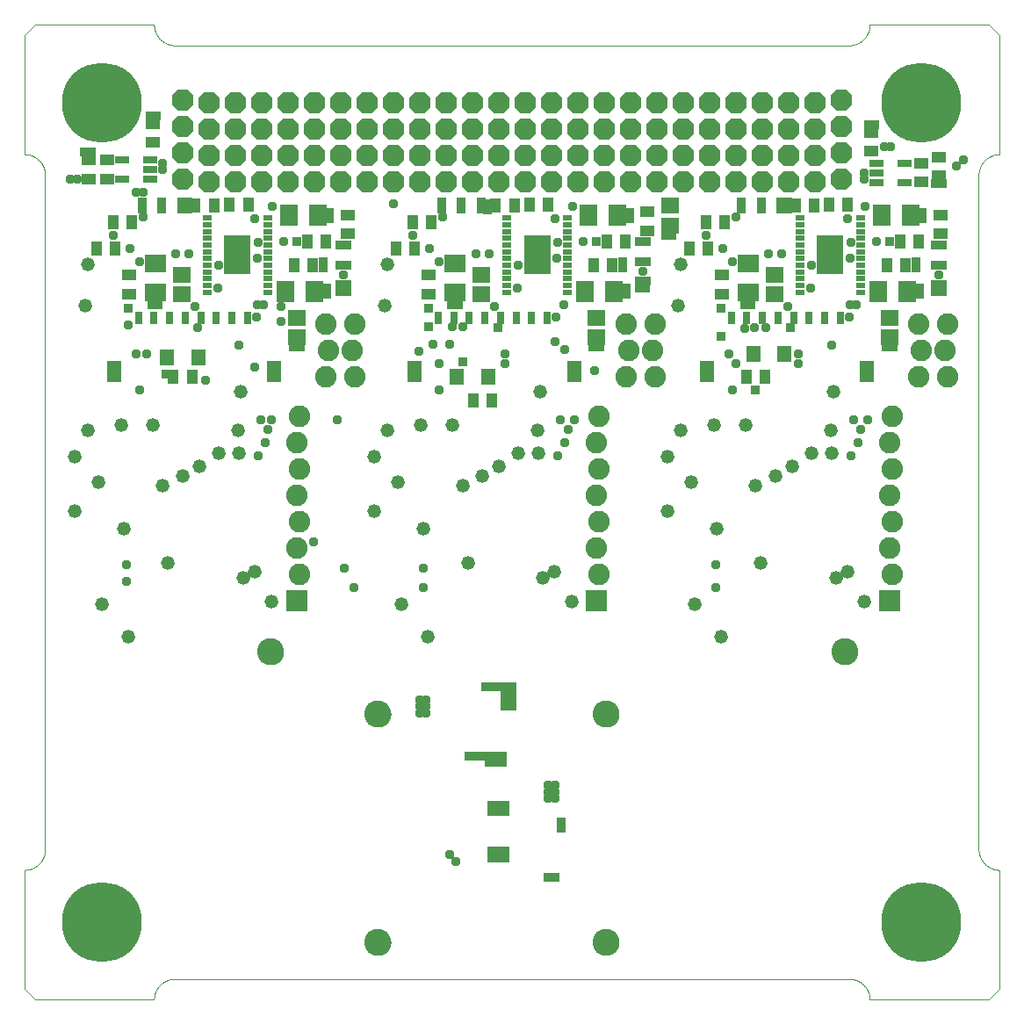
<source format=gts>
G75*
%MOIN*%
%OFA0B0*%
%FSLAX25Y25*%
%IPPOS*%
%LPD*%
%AMOC8*
5,1,8,0,0,1.08239X$1,22.5*
%
%ADD10C,0.00000*%
%ADD11C,0.30328*%
%ADD12OC8,0.08200*%
%ADD13C,0.05200*%
%ADD14R,0.08200X0.08200*%
%ADD15C,0.08200*%
%ADD16C,0.10209*%
%ADD17R,0.07099X0.07887*%
%ADD18R,0.06706X0.05918*%
%ADD19R,0.07887X0.07099*%
%ADD20R,0.05918X0.03556*%
%ADD21R,0.03556X0.05918*%
%ADD22R,0.03950X0.05524*%
%ADD23R,0.05524X0.03950*%
%ADD24R,0.03753X0.01981*%
%ADD25R,0.10249X0.14580*%
%ADD26R,0.03162X0.04737*%
%ADD27R,0.05721X0.07887*%
%ADD28R,0.05524X0.03162*%
%ADD29R,0.05524X0.06312*%
%ADD30C,0.03778*%
%ADD31R,0.03778X0.03778*%
D10*
X0087864Y0091801D02*
X0091801Y0087864D01*
X0137077Y0087864D01*
X0137079Y0088054D01*
X0137086Y0088244D01*
X0137098Y0088434D01*
X0137114Y0088624D01*
X0137134Y0088813D01*
X0137160Y0089002D01*
X0137189Y0089190D01*
X0137224Y0089377D01*
X0137263Y0089563D01*
X0137306Y0089748D01*
X0137354Y0089933D01*
X0137406Y0090116D01*
X0137462Y0090297D01*
X0137523Y0090477D01*
X0137589Y0090656D01*
X0137658Y0090833D01*
X0137732Y0091009D01*
X0137810Y0091182D01*
X0137893Y0091354D01*
X0137979Y0091523D01*
X0138069Y0091691D01*
X0138164Y0091856D01*
X0138262Y0092019D01*
X0138365Y0092179D01*
X0138471Y0092337D01*
X0138581Y0092492D01*
X0138694Y0092645D01*
X0138812Y0092795D01*
X0138933Y0092941D01*
X0139057Y0093085D01*
X0139185Y0093226D01*
X0139316Y0093364D01*
X0139451Y0093499D01*
X0139589Y0093630D01*
X0139730Y0093758D01*
X0139874Y0093882D01*
X0140020Y0094003D01*
X0140170Y0094121D01*
X0140323Y0094234D01*
X0140478Y0094344D01*
X0140636Y0094450D01*
X0140796Y0094553D01*
X0140959Y0094651D01*
X0141124Y0094746D01*
X0141292Y0094836D01*
X0141461Y0094922D01*
X0141633Y0095005D01*
X0141806Y0095083D01*
X0141982Y0095157D01*
X0142159Y0095226D01*
X0142338Y0095292D01*
X0142518Y0095353D01*
X0142699Y0095409D01*
X0142882Y0095461D01*
X0143067Y0095509D01*
X0143252Y0095552D01*
X0143438Y0095591D01*
X0143625Y0095626D01*
X0143813Y0095655D01*
X0144002Y0095681D01*
X0144191Y0095701D01*
X0144381Y0095717D01*
X0144571Y0095729D01*
X0144761Y0095736D01*
X0144951Y0095738D01*
X0400856Y0095738D01*
X0401046Y0095736D01*
X0401236Y0095729D01*
X0401426Y0095717D01*
X0401616Y0095701D01*
X0401805Y0095681D01*
X0401994Y0095655D01*
X0402182Y0095626D01*
X0402369Y0095591D01*
X0402555Y0095552D01*
X0402740Y0095509D01*
X0402925Y0095461D01*
X0403108Y0095409D01*
X0403289Y0095353D01*
X0403469Y0095292D01*
X0403648Y0095226D01*
X0403825Y0095157D01*
X0404001Y0095083D01*
X0404174Y0095005D01*
X0404346Y0094922D01*
X0404515Y0094836D01*
X0404683Y0094746D01*
X0404848Y0094651D01*
X0405011Y0094553D01*
X0405171Y0094450D01*
X0405329Y0094344D01*
X0405484Y0094234D01*
X0405637Y0094121D01*
X0405787Y0094003D01*
X0405933Y0093882D01*
X0406077Y0093758D01*
X0406218Y0093630D01*
X0406356Y0093499D01*
X0406491Y0093364D01*
X0406622Y0093226D01*
X0406750Y0093085D01*
X0406874Y0092941D01*
X0406995Y0092795D01*
X0407113Y0092645D01*
X0407226Y0092492D01*
X0407336Y0092337D01*
X0407442Y0092179D01*
X0407545Y0092019D01*
X0407643Y0091856D01*
X0407738Y0091691D01*
X0407828Y0091523D01*
X0407914Y0091354D01*
X0407997Y0091182D01*
X0408075Y0091009D01*
X0408149Y0090833D01*
X0408218Y0090656D01*
X0408284Y0090477D01*
X0408345Y0090297D01*
X0408401Y0090116D01*
X0408453Y0089933D01*
X0408501Y0089748D01*
X0408544Y0089563D01*
X0408583Y0089377D01*
X0408618Y0089190D01*
X0408647Y0089002D01*
X0408673Y0088813D01*
X0408693Y0088624D01*
X0408709Y0088434D01*
X0408721Y0088244D01*
X0408728Y0088054D01*
X0408730Y0087864D01*
X0454006Y0087864D01*
X0457943Y0091801D01*
X0457943Y0137077D01*
X0457753Y0137079D01*
X0457563Y0137086D01*
X0457373Y0137098D01*
X0457183Y0137114D01*
X0456994Y0137134D01*
X0456805Y0137160D01*
X0456617Y0137189D01*
X0456430Y0137224D01*
X0456244Y0137263D01*
X0456059Y0137306D01*
X0455874Y0137354D01*
X0455691Y0137406D01*
X0455510Y0137462D01*
X0455330Y0137523D01*
X0455151Y0137589D01*
X0454974Y0137658D01*
X0454798Y0137732D01*
X0454625Y0137810D01*
X0454453Y0137893D01*
X0454284Y0137979D01*
X0454116Y0138069D01*
X0453951Y0138164D01*
X0453788Y0138262D01*
X0453628Y0138365D01*
X0453470Y0138471D01*
X0453315Y0138581D01*
X0453162Y0138694D01*
X0453012Y0138812D01*
X0452866Y0138933D01*
X0452722Y0139057D01*
X0452581Y0139185D01*
X0452443Y0139316D01*
X0452308Y0139451D01*
X0452177Y0139589D01*
X0452049Y0139730D01*
X0451925Y0139874D01*
X0451804Y0140020D01*
X0451686Y0140170D01*
X0451573Y0140323D01*
X0451463Y0140478D01*
X0451357Y0140636D01*
X0451254Y0140796D01*
X0451156Y0140959D01*
X0451061Y0141124D01*
X0450971Y0141292D01*
X0450885Y0141461D01*
X0450802Y0141633D01*
X0450724Y0141806D01*
X0450650Y0141982D01*
X0450581Y0142159D01*
X0450515Y0142338D01*
X0450454Y0142518D01*
X0450398Y0142699D01*
X0450346Y0142882D01*
X0450298Y0143067D01*
X0450255Y0143252D01*
X0450216Y0143438D01*
X0450181Y0143625D01*
X0450152Y0143813D01*
X0450126Y0144002D01*
X0450106Y0144191D01*
X0450090Y0144381D01*
X0450078Y0144571D01*
X0450071Y0144761D01*
X0450069Y0144951D01*
X0450069Y0400856D01*
X0450071Y0401046D01*
X0450078Y0401236D01*
X0450090Y0401426D01*
X0450106Y0401616D01*
X0450126Y0401805D01*
X0450152Y0401994D01*
X0450181Y0402182D01*
X0450216Y0402369D01*
X0450255Y0402555D01*
X0450298Y0402740D01*
X0450346Y0402925D01*
X0450398Y0403108D01*
X0450454Y0403289D01*
X0450515Y0403469D01*
X0450581Y0403648D01*
X0450650Y0403825D01*
X0450724Y0404001D01*
X0450802Y0404174D01*
X0450885Y0404346D01*
X0450971Y0404515D01*
X0451061Y0404683D01*
X0451156Y0404848D01*
X0451254Y0405011D01*
X0451357Y0405171D01*
X0451463Y0405329D01*
X0451573Y0405484D01*
X0451686Y0405637D01*
X0451804Y0405787D01*
X0451925Y0405933D01*
X0452049Y0406077D01*
X0452177Y0406218D01*
X0452308Y0406356D01*
X0452443Y0406491D01*
X0452581Y0406622D01*
X0452722Y0406750D01*
X0452866Y0406874D01*
X0453012Y0406995D01*
X0453162Y0407113D01*
X0453315Y0407226D01*
X0453470Y0407336D01*
X0453628Y0407442D01*
X0453788Y0407545D01*
X0453951Y0407643D01*
X0454116Y0407738D01*
X0454284Y0407828D01*
X0454453Y0407914D01*
X0454625Y0407997D01*
X0454798Y0408075D01*
X0454974Y0408149D01*
X0455151Y0408218D01*
X0455330Y0408284D01*
X0455510Y0408345D01*
X0455691Y0408401D01*
X0455874Y0408453D01*
X0456059Y0408501D01*
X0456244Y0408544D01*
X0456430Y0408583D01*
X0456617Y0408618D01*
X0456805Y0408647D01*
X0456994Y0408673D01*
X0457183Y0408693D01*
X0457373Y0408709D01*
X0457563Y0408721D01*
X0457753Y0408728D01*
X0457943Y0408730D01*
X0457943Y0454006D01*
X0454006Y0457943D01*
X0408730Y0457943D01*
X0408728Y0457753D01*
X0408721Y0457563D01*
X0408709Y0457373D01*
X0408693Y0457183D01*
X0408673Y0456994D01*
X0408647Y0456805D01*
X0408618Y0456617D01*
X0408583Y0456430D01*
X0408544Y0456244D01*
X0408501Y0456059D01*
X0408453Y0455874D01*
X0408401Y0455691D01*
X0408345Y0455510D01*
X0408284Y0455330D01*
X0408218Y0455151D01*
X0408149Y0454974D01*
X0408075Y0454798D01*
X0407997Y0454625D01*
X0407914Y0454453D01*
X0407828Y0454284D01*
X0407738Y0454116D01*
X0407643Y0453951D01*
X0407545Y0453788D01*
X0407442Y0453628D01*
X0407336Y0453470D01*
X0407226Y0453315D01*
X0407113Y0453162D01*
X0406995Y0453012D01*
X0406874Y0452866D01*
X0406750Y0452722D01*
X0406622Y0452581D01*
X0406491Y0452443D01*
X0406356Y0452308D01*
X0406218Y0452177D01*
X0406077Y0452049D01*
X0405933Y0451925D01*
X0405787Y0451804D01*
X0405637Y0451686D01*
X0405484Y0451573D01*
X0405329Y0451463D01*
X0405171Y0451357D01*
X0405011Y0451254D01*
X0404848Y0451156D01*
X0404683Y0451061D01*
X0404515Y0450971D01*
X0404346Y0450885D01*
X0404174Y0450802D01*
X0404001Y0450724D01*
X0403825Y0450650D01*
X0403648Y0450581D01*
X0403469Y0450515D01*
X0403289Y0450454D01*
X0403108Y0450398D01*
X0402925Y0450346D01*
X0402740Y0450298D01*
X0402555Y0450255D01*
X0402369Y0450216D01*
X0402182Y0450181D01*
X0401994Y0450152D01*
X0401805Y0450126D01*
X0401616Y0450106D01*
X0401426Y0450090D01*
X0401236Y0450078D01*
X0401046Y0450071D01*
X0400856Y0450069D01*
X0144951Y0450069D01*
X0144761Y0450071D01*
X0144571Y0450078D01*
X0144381Y0450090D01*
X0144191Y0450106D01*
X0144002Y0450126D01*
X0143813Y0450152D01*
X0143625Y0450181D01*
X0143438Y0450216D01*
X0143252Y0450255D01*
X0143067Y0450298D01*
X0142882Y0450346D01*
X0142699Y0450398D01*
X0142518Y0450454D01*
X0142338Y0450515D01*
X0142159Y0450581D01*
X0141982Y0450650D01*
X0141806Y0450724D01*
X0141633Y0450802D01*
X0141461Y0450885D01*
X0141292Y0450971D01*
X0141124Y0451061D01*
X0140959Y0451156D01*
X0140796Y0451254D01*
X0140636Y0451357D01*
X0140478Y0451463D01*
X0140323Y0451573D01*
X0140170Y0451686D01*
X0140020Y0451804D01*
X0139874Y0451925D01*
X0139730Y0452049D01*
X0139589Y0452177D01*
X0139451Y0452308D01*
X0139316Y0452443D01*
X0139185Y0452581D01*
X0139057Y0452722D01*
X0138933Y0452866D01*
X0138812Y0453012D01*
X0138694Y0453162D01*
X0138581Y0453315D01*
X0138471Y0453470D01*
X0138365Y0453628D01*
X0138262Y0453788D01*
X0138164Y0453951D01*
X0138069Y0454116D01*
X0137979Y0454284D01*
X0137893Y0454453D01*
X0137810Y0454625D01*
X0137732Y0454798D01*
X0137658Y0454974D01*
X0137589Y0455151D01*
X0137523Y0455330D01*
X0137462Y0455510D01*
X0137406Y0455691D01*
X0137354Y0455874D01*
X0137306Y0456059D01*
X0137263Y0456244D01*
X0137224Y0456430D01*
X0137189Y0456617D01*
X0137160Y0456805D01*
X0137134Y0456994D01*
X0137114Y0457183D01*
X0137098Y0457373D01*
X0137086Y0457563D01*
X0137079Y0457753D01*
X0137077Y0457943D01*
X0091801Y0457943D01*
X0087864Y0454006D01*
X0087864Y0408730D01*
X0088054Y0408728D01*
X0088244Y0408721D01*
X0088434Y0408709D01*
X0088624Y0408693D01*
X0088813Y0408673D01*
X0089002Y0408647D01*
X0089190Y0408618D01*
X0089377Y0408583D01*
X0089563Y0408544D01*
X0089748Y0408501D01*
X0089933Y0408453D01*
X0090116Y0408401D01*
X0090297Y0408345D01*
X0090477Y0408284D01*
X0090656Y0408218D01*
X0090833Y0408149D01*
X0091009Y0408075D01*
X0091182Y0407997D01*
X0091354Y0407914D01*
X0091523Y0407828D01*
X0091691Y0407738D01*
X0091856Y0407643D01*
X0092019Y0407545D01*
X0092179Y0407442D01*
X0092337Y0407336D01*
X0092492Y0407226D01*
X0092645Y0407113D01*
X0092795Y0406995D01*
X0092941Y0406874D01*
X0093085Y0406750D01*
X0093226Y0406622D01*
X0093364Y0406491D01*
X0093499Y0406356D01*
X0093630Y0406218D01*
X0093758Y0406077D01*
X0093882Y0405933D01*
X0094003Y0405787D01*
X0094121Y0405637D01*
X0094234Y0405484D01*
X0094344Y0405329D01*
X0094450Y0405171D01*
X0094553Y0405011D01*
X0094651Y0404848D01*
X0094746Y0404683D01*
X0094836Y0404515D01*
X0094922Y0404346D01*
X0095005Y0404174D01*
X0095083Y0404001D01*
X0095157Y0403825D01*
X0095226Y0403648D01*
X0095292Y0403469D01*
X0095353Y0403289D01*
X0095409Y0403108D01*
X0095461Y0402925D01*
X0095509Y0402740D01*
X0095552Y0402555D01*
X0095591Y0402369D01*
X0095626Y0402182D01*
X0095655Y0401994D01*
X0095681Y0401805D01*
X0095701Y0401616D01*
X0095717Y0401426D01*
X0095729Y0401236D01*
X0095736Y0401046D01*
X0095738Y0400856D01*
X0095738Y0144951D01*
X0095736Y0144761D01*
X0095729Y0144571D01*
X0095717Y0144381D01*
X0095701Y0144191D01*
X0095681Y0144002D01*
X0095655Y0143813D01*
X0095626Y0143625D01*
X0095591Y0143438D01*
X0095552Y0143252D01*
X0095509Y0143067D01*
X0095461Y0142882D01*
X0095409Y0142699D01*
X0095353Y0142518D01*
X0095292Y0142338D01*
X0095226Y0142159D01*
X0095157Y0141982D01*
X0095083Y0141806D01*
X0095005Y0141633D01*
X0094922Y0141461D01*
X0094836Y0141292D01*
X0094746Y0141124D01*
X0094651Y0140959D01*
X0094553Y0140796D01*
X0094450Y0140636D01*
X0094344Y0140478D01*
X0094234Y0140323D01*
X0094121Y0140170D01*
X0094003Y0140020D01*
X0093882Y0139874D01*
X0093758Y0139730D01*
X0093630Y0139589D01*
X0093499Y0139451D01*
X0093364Y0139316D01*
X0093226Y0139185D01*
X0093085Y0139057D01*
X0092941Y0138933D01*
X0092795Y0138812D01*
X0092645Y0138694D01*
X0092492Y0138581D01*
X0092337Y0138471D01*
X0092179Y0138365D01*
X0092019Y0138262D01*
X0091856Y0138164D01*
X0091691Y0138069D01*
X0091523Y0137979D01*
X0091354Y0137893D01*
X0091182Y0137810D01*
X0091009Y0137732D01*
X0090833Y0137658D01*
X0090656Y0137589D01*
X0090477Y0137523D01*
X0090297Y0137462D01*
X0090116Y0137406D01*
X0089933Y0137354D01*
X0089748Y0137306D01*
X0089563Y0137263D01*
X0089377Y0137224D01*
X0089190Y0137189D01*
X0089002Y0137160D01*
X0088813Y0137134D01*
X0088624Y0137114D01*
X0088434Y0137098D01*
X0088244Y0137086D01*
X0088054Y0137079D01*
X0087864Y0137077D01*
X0087864Y0091801D01*
X0217391Y0109596D02*
X0217393Y0109733D01*
X0217399Y0109870D01*
X0217409Y0110006D01*
X0217423Y0110142D01*
X0217441Y0110278D01*
X0217462Y0110413D01*
X0217488Y0110547D01*
X0217518Y0110681D01*
X0217551Y0110814D01*
X0217589Y0110945D01*
X0217630Y0111076D01*
X0217675Y0111205D01*
X0217723Y0111333D01*
X0217776Y0111460D01*
X0217832Y0111584D01*
X0217891Y0111708D01*
X0217955Y0111829D01*
X0218021Y0111948D01*
X0218091Y0112066D01*
X0218165Y0112181D01*
X0218242Y0112295D01*
X0218322Y0112406D01*
X0218405Y0112514D01*
X0218492Y0112620D01*
X0218581Y0112724D01*
X0218674Y0112825D01*
X0218769Y0112923D01*
X0218867Y0113018D01*
X0218968Y0113111D01*
X0219072Y0113200D01*
X0219178Y0113287D01*
X0219286Y0113370D01*
X0219397Y0113450D01*
X0219511Y0113527D01*
X0219626Y0113601D01*
X0219743Y0113671D01*
X0219863Y0113737D01*
X0219984Y0113801D01*
X0220108Y0113860D01*
X0220232Y0113916D01*
X0220359Y0113969D01*
X0220487Y0114017D01*
X0220616Y0114062D01*
X0220747Y0114103D01*
X0220878Y0114141D01*
X0221011Y0114174D01*
X0221145Y0114204D01*
X0221279Y0114230D01*
X0221414Y0114251D01*
X0221550Y0114269D01*
X0221686Y0114283D01*
X0221822Y0114293D01*
X0221959Y0114299D01*
X0222096Y0114301D01*
X0222233Y0114299D01*
X0222370Y0114293D01*
X0222506Y0114283D01*
X0222642Y0114269D01*
X0222778Y0114251D01*
X0222913Y0114230D01*
X0223047Y0114204D01*
X0223181Y0114174D01*
X0223314Y0114141D01*
X0223445Y0114103D01*
X0223576Y0114062D01*
X0223705Y0114017D01*
X0223833Y0113969D01*
X0223960Y0113916D01*
X0224084Y0113860D01*
X0224208Y0113801D01*
X0224329Y0113737D01*
X0224448Y0113671D01*
X0224566Y0113601D01*
X0224681Y0113527D01*
X0224795Y0113450D01*
X0224906Y0113370D01*
X0225014Y0113287D01*
X0225120Y0113200D01*
X0225224Y0113111D01*
X0225325Y0113018D01*
X0225423Y0112923D01*
X0225518Y0112825D01*
X0225611Y0112724D01*
X0225700Y0112620D01*
X0225787Y0112514D01*
X0225870Y0112406D01*
X0225950Y0112295D01*
X0226027Y0112181D01*
X0226101Y0112066D01*
X0226171Y0111948D01*
X0226237Y0111829D01*
X0226301Y0111708D01*
X0226360Y0111584D01*
X0226416Y0111460D01*
X0226469Y0111333D01*
X0226517Y0111205D01*
X0226562Y0111076D01*
X0226603Y0110945D01*
X0226641Y0110814D01*
X0226674Y0110681D01*
X0226704Y0110547D01*
X0226730Y0110413D01*
X0226751Y0110278D01*
X0226769Y0110142D01*
X0226783Y0110006D01*
X0226793Y0109870D01*
X0226799Y0109733D01*
X0226801Y0109596D01*
X0226799Y0109459D01*
X0226793Y0109322D01*
X0226783Y0109186D01*
X0226769Y0109050D01*
X0226751Y0108914D01*
X0226730Y0108779D01*
X0226704Y0108645D01*
X0226674Y0108511D01*
X0226641Y0108378D01*
X0226603Y0108247D01*
X0226562Y0108116D01*
X0226517Y0107987D01*
X0226469Y0107859D01*
X0226416Y0107732D01*
X0226360Y0107608D01*
X0226301Y0107484D01*
X0226237Y0107363D01*
X0226171Y0107243D01*
X0226101Y0107126D01*
X0226027Y0107011D01*
X0225950Y0106897D01*
X0225870Y0106786D01*
X0225787Y0106678D01*
X0225700Y0106572D01*
X0225611Y0106468D01*
X0225518Y0106367D01*
X0225423Y0106269D01*
X0225325Y0106174D01*
X0225224Y0106081D01*
X0225120Y0105992D01*
X0225014Y0105905D01*
X0224906Y0105822D01*
X0224795Y0105742D01*
X0224681Y0105665D01*
X0224566Y0105591D01*
X0224449Y0105521D01*
X0224329Y0105455D01*
X0224208Y0105391D01*
X0224084Y0105332D01*
X0223960Y0105276D01*
X0223833Y0105223D01*
X0223705Y0105175D01*
X0223576Y0105130D01*
X0223445Y0105089D01*
X0223314Y0105051D01*
X0223181Y0105018D01*
X0223047Y0104988D01*
X0222913Y0104962D01*
X0222778Y0104941D01*
X0222642Y0104923D01*
X0222506Y0104909D01*
X0222370Y0104899D01*
X0222233Y0104893D01*
X0222096Y0104891D01*
X0221959Y0104893D01*
X0221822Y0104899D01*
X0221686Y0104909D01*
X0221550Y0104923D01*
X0221414Y0104941D01*
X0221279Y0104962D01*
X0221145Y0104988D01*
X0221011Y0105018D01*
X0220878Y0105051D01*
X0220747Y0105089D01*
X0220616Y0105130D01*
X0220487Y0105175D01*
X0220359Y0105223D01*
X0220232Y0105276D01*
X0220108Y0105332D01*
X0219984Y0105391D01*
X0219863Y0105455D01*
X0219743Y0105521D01*
X0219626Y0105591D01*
X0219511Y0105665D01*
X0219397Y0105742D01*
X0219286Y0105822D01*
X0219178Y0105905D01*
X0219072Y0105992D01*
X0218968Y0106081D01*
X0218867Y0106174D01*
X0218769Y0106269D01*
X0218674Y0106367D01*
X0218581Y0106468D01*
X0218492Y0106572D01*
X0218405Y0106678D01*
X0218322Y0106786D01*
X0218242Y0106897D01*
X0218165Y0107011D01*
X0218091Y0107126D01*
X0218021Y0107243D01*
X0217955Y0107363D01*
X0217891Y0107484D01*
X0217832Y0107608D01*
X0217776Y0107732D01*
X0217723Y0107859D01*
X0217675Y0107987D01*
X0217630Y0108116D01*
X0217589Y0108247D01*
X0217551Y0108378D01*
X0217518Y0108511D01*
X0217488Y0108645D01*
X0217462Y0108779D01*
X0217441Y0108914D01*
X0217423Y0109050D01*
X0217409Y0109186D01*
X0217399Y0109322D01*
X0217393Y0109459D01*
X0217391Y0109596D01*
X0217391Y0196211D02*
X0217393Y0196348D01*
X0217399Y0196485D01*
X0217409Y0196621D01*
X0217423Y0196757D01*
X0217441Y0196893D01*
X0217462Y0197028D01*
X0217488Y0197162D01*
X0217518Y0197296D01*
X0217551Y0197429D01*
X0217589Y0197560D01*
X0217630Y0197691D01*
X0217675Y0197820D01*
X0217723Y0197948D01*
X0217776Y0198075D01*
X0217832Y0198199D01*
X0217891Y0198323D01*
X0217955Y0198444D01*
X0218021Y0198563D01*
X0218091Y0198681D01*
X0218165Y0198796D01*
X0218242Y0198910D01*
X0218322Y0199021D01*
X0218405Y0199129D01*
X0218492Y0199235D01*
X0218581Y0199339D01*
X0218674Y0199440D01*
X0218769Y0199538D01*
X0218867Y0199633D01*
X0218968Y0199726D01*
X0219072Y0199815D01*
X0219178Y0199902D01*
X0219286Y0199985D01*
X0219397Y0200065D01*
X0219511Y0200142D01*
X0219626Y0200216D01*
X0219743Y0200286D01*
X0219863Y0200352D01*
X0219984Y0200416D01*
X0220108Y0200475D01*
X0220232Y0200531D01*
X0220359Y0200584D01*
X0220487Y0200632D01*
X0220616Y0200677D01*
X0220747Y0200718D01*
X0220878Y0200756D01*
X0221011Y0200789D01*
X0221145Y0200819D01*
X0221279Y0200845D01*
X0221414Y0200866D01*
X0221550Y0200884D01*
X0221686Y0200898D01*
X0221822Y0200908D01*
X0221959Y0200914D01*
X0222096Y0200916D01*
X0222233Y0200914D01*
X0222370Y0200908D01*
X0222506Y0200898D01*
X0222642Y0200884D01*
X0222778Y0200866D01*
X0222913Y0200845D01*
X0223047Y0200819D01*
X0223181Y0200789D01*
X0223314Y0200756D01*
X0223445Y0200718D01*
X0223576Y0200677D01*
X0223705Y0200632D01*
X0223833Y0200584D01*
X0223960Y0200531D01*
X0224084Y0200475D01*
X0224208Y0200416D01*
X0224329Y0200352D01*
X0224448Y0200286D01*
X0224566Y0200216D01*
X0224681Y0200142D01*
X0224795Y0200065D01*
X0224906Y0199985D01*
X0225014Y0199902D01*
X0225120Y0199815D01*
X0225224Y0199726D01*
X0225325Y0199633D01*
X0225423Y0199538D01*
X0225518Y0199440D01*
X0225611Y0199339D01*
X0225700Y0199235D01*
X0225787Y0199129D01*
X0225870Y0199021D01*
X0225950Y0198910D01*
X0226027Y0198796D01*
X0226101Y0198681D01*
X0226171Y0198563D01*
X0226237Y0198444D01*
X0226301Y0198323D01*
X0226360Y0198199D01*
X0226416Y0198075D01*
X0226469Y0197948D01*
X0226517Y0197820D01*
X0226562Y0197691D01*
X0226603Y0197560D01*
X0226641Y0197429D01*
X0226674Y0197296D01*
X0226704Y0197162D01*
X0226730Y0197028D01*
X0226751Y0196893D01*
X0226769Y0196757D01*
X0226783Y0196621D01*
X0226793Y0196485D01*
X0226799Y0196348D01*
X0226801Y0196211D01*
X0226799Y0196074D01*
X0226793Y0195937D01*
X0226783Y0195801D01*
X0226769Y0195665D01*
X0226751Y0195529D01*
X0226730Y0195394D01*
X0226704Y0195260D01*
X0226674Y0195126D01*
X0226641Y0194993D01*
X0226603Y0194862D01*
X0226562Y0194731D01*
X0226517Y0194602D01*
X0226469Y0194474D01*
X0226416Y0194347D01*
X0226360Y0194223D01*
X0226301Y0194099D01*
X0226237Y0193978D01*
X0226171Y0193858D01*
X0226101Y0193741D01*
X0226027Y0193626D01*
X0225950Y0193512D01*
X0225870Y0193401D01*
X0225787Y0193293D01*
X0225700Y0193187D01*
X0225611Y0193083D01*
X0225518Y0192982D01*
X0225423Y0192884D01*
X0225325Y0192789D01*
X0225224Y0192696D01*
X0225120Y0192607D01*
X0225014Y0192520D01*
X0224906Y0192437D01*
X0224795Y0192357D01*
X0224681Y0192280D01*
X0224566Y0192206D01*
X0224449Y0192136D01*
X0224329Y0192070D01*
X0224208Y0192006D01*
X0224084Y0191947D01*
X0223960Y0191891D01*
X0223833Y0191838D01*
X0223705Y0191790D01*
X0223576Y0191745D01*
X0223445Y0191704D01*
X0223314Y0191666D01*
X0223181Y0191633D01*
X0223047Y0191603D01*
X0222913Y0191577D01*
X0222778Y0191556D01*
X0222642Y0191538D01*
X0222506Y0191524D01*
X0222370Y0191514D01*
X0222233Y0191508D01*
X0222096Y0191506D01*
X0221959Y0191508D01*
X0221822Y0191514D01*
X0221686Y0191524D01*
X0221550Y0191538D01*
X0221414Y0191556D01*
X0221279Y0191577D01*
X0221145Y0191603D01*
X0221011Y0191633D01*
X0220878Y0191666D01*
X0220747Y0191704D01*
X0220616Y0191745D01*
X0220487Y0191790D01*
X0220359Y0191838D01*
X0220232Y0191891D01*
X0220108Y0191947D01*
X0219984Y0192006D01*
X0219863Y0192070D01*
X0219743Y0192136D01*
X0219626Y0192206D01*
X0219511Y0192280D01*
X0219397Y0192357D01*
X0219286Y0192437D01*
X0219178Y0192520D01*
X0219072Y0192607D01*
X0218968Y0192696D01*
X0218867Y0192789D01*
X0218769Y0192884D01*
X0218674Y0192982D01*
X0218581Y0193083D01*
X0218492Y0193187D01*
X0218405Y0193293D01*
X0218322Y0193401D01*
X0218242Y0193512D01*
X0218165Y0193626D01*
X0218091Y0193741D01*
X0218021Y0193858D01*
X0217955Y0193978D01*
X0217891Y0194099D01*
X0217832Y0194223D01*
X0217776Y0194347D01*
X0217723Y0194474D01*
X0217675Y0194602D01*
X0217630Y0194731D01*
X0217589Y0194862D01*
X0217551Y0194993D01*
X0217518Y0195126D01*
X0217488Y0195260D01*
X0217462Y0195394D01*
X0217441Y0195529D01*
X0217423Y0195665D01*
X0217409Y0195801D01*
X0217399Y0195937D01*
X0217393Y0196074D01*
X0217391Y0196211D01*
X0176643Y0219833D02*
X0176645Y0219970D01*
X0176651Y0220107D01*
X0176661Y0220243D01*
X0176675Y0220379D01*
X0176693Y0220515D01*
X0176714Y0220650D01*
X0176740Y0220784D01*
X0176770Y0220918D01*
X0176803Y0221051D01*
X0176841Y0221182D01*
X0176882Y0221313D01*
X0176927Y0221442D01*
X0176975Y0221570D01*
X0177028Y0221697D01*
X0177084Y0221821D01*
X0177143Y0221945D01*
X0177207Y0222066D01*
X0177273Y0222185D01*
X0177343Y0222303D01*
X0177417Y0222418D01*
X0177494Y0222532D01*
X0177574Y0222643D01*
X0177657Y0222751D01*
X0177744Y0222857D01*
X0177833Y0222961D01*
X0177926Y0223062D01*
X0178021Y0223160D01*
X0178119Y0223255D01*
X0178220Y0223348D01*
X0178324Y0223437D01*
X0178430Y0223524D01*
X0178538Y0223607D01*
X0178649Y0223687D01*
X0178763Y0223764D01*
X0178878Y0223838D01*
X0178995Y0223908D01*
X0179115Y0223974D01*
X0179236Y0224038D01*
X0179360Y0224097D01*
X0179484Y0224153D01*
X0179611Y0224206D01*
X0179739Y0224254D01*
X0179868Y0224299D01*
X0179999Y0224340D01*
X0180130Y0224378D01*
X0180263Y0224411D01*
X0180397Y0224441D01*
X0180531Y0224467D01*
X0180666Y0224488D01*
X0180802Y0224506D01*
X0180938Y0224520D01*
X0181074Y0224530D01*
X0181211Y0224536D01*
X0181348Y0224538D01*
X0181485Y0224536D01*
X0181622Y0224530D01*
X0181758Y0224520D01*
X0181894Y0224506D01*
X0182030Y0224488D01*
X0182165Y0224467D01*
X0182299Y0224441D01*
X0182433Y0224411D01*
X0182566Y0224378D01*
X0182697Y0224340D01*
X0182828Y0224299D01*
X0182957Y0224254D01*
X0183085Y0224206D01*
X0183212Y0224153D01*
X0183336Y0224097D01*
X0183460Y0224038D01*
X0183581Y0223974D01*
X0183700Y0223908D01*
X0183818Y0223838D01*
X0183933Y0223764D01*
X0184047Y0223687D01*
X0184158Y0223607D01*
X0184266Y0223524D01*
X0184372Y0223437D01*
X0184476Y0223348D01*
X0184577Y0223255D01*
X0184675Y0223160D01*
X0184770Y0223062D01*
X0184863Y0222961D01*
X0184952Y0222857D01*
X0185039Y0222751D01*
X0185122Y0222643D01*
X0185202Y0222532D01*
X0185279Y0222418D01*
X0185353Y0222303D01*
X0185423Y0222185D01*
X0185489Y0222066D01*
X0185553Y0221945D01*
X0185612Y0221821D01*
X0185668Y0221697D01*
X0185721Y0221570D01*
X0185769Y0221442D01*
X0185814Y0221313D01*
X0185855Y0221182D01*
X0185893Y0221051D01*
X0185926Y0220918D01*
X0185956Y0220784D01*
X0185982Y0220650D01*
X0186003Y0220515D01*
X0186021Y0220379D01*
X0186035Y0220243D01*
X0186045Y0220107D01*
X0186051Y0219970D01*
X0186053Y0219833D01*
X0186051Y0219696D01*
X0186045Y0219559D01*
X0186035Y0219423D01*
X0186021Y0219287D01*
X0186003Y0219151D01*
X0185982Y0219016D01*
X0185956Y0218882D01*
X0185926Y0218748D01*
X0185893Y0218615D01*
X0185855Y0218484D01*
X0185814Y0218353D01*
X0185769Y0218224D01*
X0185721Y0218096D01*
X0185668Y0217969D01*
X0185612Y0217845D01*
X0185553Y0217721D01*
X0185489Y0217600D01*
X0185423Y0217480D01*
X0185353Y0217363D01*
X0185279Y0217248D01*
X0185202Y0217134D01*
X0185122Y0217023D01*
X0185039Y0216915D01*
X0184952Y0216809D01*
X0184863Y0216705D01*
X0184770Y0216604D01*
X0184675Y0216506D01*
X0184577Y0216411D01*
X0184476Y0216318D01*
X0184372Y0216229D01*
X0184266Y0216142D01*
X0184158Y0216059D01*
X0184047Y0215979D01*
X0183933Y0215902D01*
X0183818Y0215828D01*
X0183701Y0215758D01*
X0183581Y0215692D01*
X0183460Y0215628D01*
X0183336Y0215569D01*
X0183212Y0215513D01*
X0183085Y0215460D01*
X0182957Y0215412D01*
X0182828Y0215367D01*
X0182697Y0215326D01*
X0182566Y0215288D01*
X0182433Y0215255D01*
X0182299Y0215225D01*
X0182165Y0215199D01*
X0182030Y0215178D01*
X0181894Y0215160D01*
X0181758Y0215146D01*
X0181622Y0215136D01*
X0181485Y0215130D01*
X0181348Y0215128D01*
X0181211Y0215130D01*
X0181074Y0215136D01*
X0180938Y0215146D01*
X0180802Y0215160D01*
X0180666Y0215178D01*
X0180531Y0215199D01*
X0180397Y0215225D01*
X0180263Y0215255D01*
X0180130Y0215288D01*
X0179999Y0215326D01*
X0179868Y0215367D01*
X0179739Y0215412D01*
X0179611Y0215460D01*
X0179484Y0215513D01*
X0179360Y0215569D01*
X0179236Y0215628D01*
X0179115Y0215692D01*
X0178995Y0215758D01*
X0178878Y0215828D01*
X0178763Y0215902D01*
X0178649Y0215979D01*
X0178538Y0216059D01*
X0178430Y0216142D01*
X0178324Y0216229D01*
X0178220Y0216318D01*
X0178119Y0216411D01*
X0178021Y0216506D01*
X0177926Y0216604D01*
X0177833Y0216705D01*
X0177744Y0216809D01*
X0177657Y0216915D01*
X0177574Y0217023D01*
X0177494Y0217134D01*
X0177417Y0217248D01*
X0177343Y0217363D01*
X0177273Y0217480D01*
X0177207Y0217600D01*
X0177143Y0217721D01*
X0177084Y0217845D01*
X0177028Y0217969D01*
X0176975Y0218096D01*
X0176927Y0218224D01*
X0176882Y0218353D01*
X0176841Y0218484D01*
X0176803Y0218615D01*
X0176770Y0218748D01*
X0176740Y0218882D01*
X0176714Y0219016D01*
X0176693Y0219151D01*
X0176675Y0219287D01*
X0176661Y0219423D01*
X0176651Y0219559D01*
X0176645Y0219696D01*
X0176643Y0219833D01*
X0304006Y0196211D02*
X0304008Y0196348D01*
X0304014Y0196485D01*
X0304024Y0196621D01*
X0304038Y0196757D01*
X0304056Y0196893D01*
X0304077Y0197028D01*
X0304103Y0197162D01*
X0304133Y0197296D01*
X0304166Y0197429D01*
X0304204Y0197560D01*
X0304245Y0197691D01*
X0304290Y0197820D01*
X0304338Y0197948D01*
X0304391Y0198075D01*
X0304447Y0198199D01*
X0304506Y0198323D01*
X0304570Y0198444D01*
X0304636Y0198563D01*
X0304706Y0198681D01*
X0304780Y0198796D01*
X0304857Y0198910D01*
X0304937Y0199021D01*
X0305020Y0199129D01*
X0305107Y0199235D01*
X0305196Y0199339D01*
X0305289Y0199440D01*
X0305384Y0199538D01*
X0305482Y0199633D01*
X0305583Y0199726D01*
X0305687Y0199815D01*
X0305793Y0199902D01*
X0305901Y0199985D01*
X0306012Y0200065D01*
X0306126Y0200142D01*
X0306241Y0200216D01*
X0306358Y0200286D01*
X0306478Y0200352D01*
X0306599Y0200416D01*
X0306723Y0200475D01*
X0306847Y0200531D01*
X0306974Y0200584D01*
X0307102Y0200632D01*
X0307231Y0200677D01*
X0307362Y0200718D01*
X0307493Y0200756D01*
X0307626Y0200789D01*
X0307760Y0200819D01*
X0307894Y0200845D01*
X0308029Y0200866D01*
X0308165Y0200884D01*
X0308301Y0200898D01*
X0308437Y0200908D01*
X0308574Y0200914D01*
X0308711Y0200916D01*
X0308848Y0200914D01*
X0308985Y0200908D01*
X0309121Y0200898D01*
X0309257Y0200884D01*
X0309393Y0200866D01*
X0309528Y0200845D01*
X0309662Y0200819D01*
X0309796Y0200789D01*
X0309929Y0200756D01*
X0310060Y0200718D01*
X0310191Y0200677D01*
X0310320Y0200632D01*
X0310448Y0200584D01*
X0310575Y0200531D01*
X0310699Y0200475D01*
X0310823Y0200416D01*
X0310944Y0200352D01*
X0311063Y0200286D01*
X0311181Y0200216D01*
X0311296Y0200142D01*
X0311410Y0200065D01*
X0311521Y0199985D01*
X0311629Y0199902D01*
X0311735Y0199815D01*
X0311839Y0199726D01*
X0311940Y0199633D01*
X0312038Y0199538D01*
X0312133Y0199440D01*
X0312226Y0199339D01*
X0312315Y0199235D01*
X0312402Y0199129D01*
X0312485Y0199021D01*
X0312565Y0198910D01*
X0312642Y0198796D01*
X0312716Y0198681D01*
X0312786Y0198563D01*
X0312852Y0198444D01*
X0312916Y0198323D01*
X0312975Y0198199D01*
X0313031Y0198075D01*
X0313084Y0197948D01*
X0313132Y0197820D01*
X0313177Y0197691D01*
X0313218Y0197560D01*
X0313256Y0197429D01*
X0313289Y0197296D01*
X0313319Y0197162D01*
X0313345Y0197028D01*
X0313366Y0196893D01*
X0313384Y0196757D01*
X0313398Y0196621D01*
X0313408Y0196485D01*
X0313414Y0196348D01*
X0313416Y0196211D01*
X0313414Y0196074D01*
X0313408Y0195937D01*
X0313398Y0195801D01*
X0313384Y0195665D01*
X0313366Y0195529D01*
X0313345Y0195394D01*
X0313319Y0195260D01*
X0313289Y0195126D01*
X0313256Y0194993D01*
X0313218Y0194862D01*
X0313177Y0194731D01*
X0313132Y0194602D01*
X0313084Y0194474D01*
X0313031Y0194347D01*
X0312975Y0194223D01*
X0312916Y0194099D01*
X0312852Y0193978D01*
X0312786Y0193858D01*
X0312716Y0193741D01*
X0312642Y0193626D01*
X0312565Y0193512D01*
X0312485Y0193401D01*
X0312402Y0193293D01*
X0312315Y0193187D01*
X0312226Y0193083D01*
X0312133Y0192982D01*
X0312038Y0192884D01*
X0311940Y0192789D01*
X0311839Y0192696D01*
X0311735Y0192607D01*
X0311629Y0192520D01*
X0311521Y0192437D01*
X0311410Y0192357D01*
X0311296Y0192280D01*
X0311181Y0192206D01*
X0311064Y0192136D01*
X0310944Y0192070D01*
X0310823Y0192006D01*
X0310699Y0191947D01*
X0310575Y0191891D01*
X0310448Y0191838D01*
X0310320Y0191790D01*
X0310191Y0191745D01*
X0310060Y0191704D01*
X0309929Y0191666D01*
X0309796Y0191633D01*
X0309662Y0191603D01*
X0309528Y0191577D01*
X0309393Y0191556D01*
X0309257Y0191538D01*
X0309121Y0191524D01*
X0308985Y0191514D01*
X0308848Y0191508D01*
X0308711Y0191506D01*
X0308574Y0191508D01*
X0308437Y0191514D01*
X0308301Y0191524D01*
X0308165Y0191538D01*
X0308029Y0191556D01*
X0307894Y0191577D01*
X0307760Y0191603D01*
X0307626Y0191633D01*
X0307493Y0191666D01*
X0307362Y0191704D01*
X0307231Y0191745D01*
X0307102Y0191790D01*
X0306974Y0191838D01*
X0306847Y0191891D01*
X0306723Y0191947D01*
X0306599Y0192006D01*
X0306478Y0192070D01*
X0306358Y0192136D01*
X0306241Y0192206D01*
X0306126Y0192280D01*
X0306012Y0192357D01*
X0305901Y0192437D01*
X0305793Y0192520D01*
X0305687Y0192607D01*
X0305583Y0192696D01*
X0305482Y0192789D01*
X0305384Y0192884D01*
X0305289Y0192982D01*
X0305196Y0193083D01*
X0305107Y0193187D01*
X0305020Y0193293D01*
X0304937Y0193401D01*
X0304857Y0193512D01*
X0304780Y0193626D01*
X0304706Y0193741D01*
X0304636Y0193858D01*
X0304570Y0193978D01*
X0304506Y0194099D01*
X0304447Y0194223D01*
X0304391Y0194347D01*
X0304338Y0194474D01*
X0304290Y0194602D01*
X0304245Y0194731D01*
X0304204Y0194862D01*
X0304166Y0194993D01*
X0304133Y0195126D01*
X0304103Y0195260D01*
X0304077Y0195394D01*
X0304056Y0195529D01*
X0304038Y0195665D01*
X0304024Y0195801D01*
X0304014Y0195937D01*
X0304008Y0196074D01*
X0304006Y0196211D01*
X0304006Y0109596D02*
X0304008Y0109733D01*
X0304014Y0109870D01*
X0304024Y0110006D01*
X0304038Y0110142D01*
X0304056Y0110278D01*
X0304077Y0110413D01*
X0304103Y0110547D01*
X0304133Y0110681D01*
X0304166Y0110814D01*
X0304204Y0110945D01*
X0304245Y0111076D01*
X0304290Y0111205D01*
X0304338Y0111333D01*
X0304391Y0111460D01*
X0304447Y0111584D01*
X0304506Y0111708D01*
X0304570Y0111829D01*
X0304636Y0111948D01*
X0304706Y0112066D01*
X0304780Y0112181D01*
X0304857Y0112295D01*
X0304937Y0112406D01*
X0305020Y0112514D01*
X0305107Y0112620D01*
X0305196Y0112724D01*
X0305289Y0112825D01*
X0305384Y0112923D01*
X0305482Y0113018D01*
X0305583Y0113111D01*
X0305687Y0113200D01*
X0305793Y0113287D01*
X0305901Y0113370D01*
X0306012Y0113450D01*
X0306126Y0113527D01*
X0306241Y0113601D01*
X0306358Y0113671D01*
X0306478Y0113737D01*
X0306599Y0113801D01*
X0306723Y0113860D01*
X0306847Y0113916D01*
X0306974Y0113969D01*
X0307102Y0114017D01*
X0307231Y0114062D01*
X0307362Y0114103D01*
X0307493Y0114141D01*
X0307626Y0114174D01*
X0307760Y0114204D01*
X0307894Y0114230D01*
X0308029Y0114251D01*
X0308165Y0114269D01*
X0308301Y0114283D01*
X0308437Y0114293D01*
X0308574Y0114299D01*
X0308711Y0114301D01*
X0308848Y0114299D01*
X0308985Y0114293D01*
X0309121Y0114283D01*
X0309257Y0114269D01*
X0309393Y0114251D01*
X0309528Y0114230D01*
X0309662Y0114204D01*
X0309796Y0114174D01*
X0309929Y0114141D01*
X0310060Y0114103D01*
X0310191Y0114062D01*
X0310320Y0114017D01*
X0310448Y0113969D01*
X0310575Y0113916D01*
X0310699Y0113860D01*
X0310823Y0113801D01*
X0310944Y0113737D01*
X0311063Y0113671D01*
X0311181Y0113601D01*
X0311296Y0113527D01*
X0311410Y0113450D01*
X0311521Y0113370D01*
X0311629Y0113287D01*
X0311735Y0113200D01*
X0311839Y0113111D01*
X0311940Y0113018D01*
X0312038Y0112923D01*
X0312133Y0112825D01*
X0312226Y0112724D01*
X0312315Y0112620D01*
X0312402Y0112514D01*
X0312485Y0112406D01*
X0312565Y0112295D01*
X0312642Y0112181D01*
X0312716Y0112066D01*
X0312786Y0111948D01*
X0312852Y0111829D01*
X0312916Y0111708D01*
X0312975Y0111584D01*
X0313031Y0111460D01*
X0313084Y0111333D01*
X0313132Y0111205D01*
X0313177Y0111076D01*
X0313218Y0110945D01*
X0313256Y0110814D01*
X0313289Y0110681D01*
X0313319Y0110547D01*
X0313345Y0110413D01*
X0313366Y0110278D01*
X0313384Y0110142D01*
X0313398Y0110006D01*
X0313408Y0109870D01*
X0313414Y0109733D01*
X0313416Y0109596D01*
X0313414Y0109459D01*
X0313408Y0109322D01*
X0313398Y0109186D01*
X0313384Y0109050D01*
X0313366Y0108914D01*
X0313345Y0108779D01*
X0313319Y0108645D01*
X0313289Y0108511D01*
X0313256Y0108378D01*
X0313218Y0108247D01*
X0313177Y0108116D01*
X0313132Y0107987D01*
X0313084Y0107859D01*
X0313031Y0107732D01*
X0312975Y0107608D01*
X0312916Y0107484D01*
X0312852Y0107363D01*
X0312786Y0107243D01*
X0312716Y0107126D01*
X0312642Y0107011D01*
X0312565Y0106897D01*
X0312485Y0106786D01*
X0312402Y0106678D01*
X0312315Y0106572D01*
X0312226Y0106468D01*
X0312133Y0106367D01*
X0312038Y0106269D01*
X0311940Y0106174D01*
X0311839Y0106081D01*
X0311735Y0105992D01*
X0311629Y0105905D01*
X0311521Y0105822D01*
X0311410Y0105742D01*
X0311296Y0105665D01*
X0311181Y0105591D01*
X0311064Y0105521D01*
X0310944Y0105455D01*
X0310823Y0105391D01*
X0310699Y0105332D01*
X0310575Y0105276D01*
X0310448Y0105223D01*
X0310320Y0105175D01*
X0310191Y0105130D01*
X0310060Y0105089D01*
X0309929Y0105051D01*
X0309796Y0105018D01*
X0309662Y0104988D01*
X0309528Y0104962D01*
X0309393Y0104941D01*
X0309257Y0104923D01*
X0309121Y0104909D01*
X0308985Y0104899D01*
X0308848Y0104893D01*
X0308711Y0104891D01*
X0308574Y0104893D01*
X0308437Y0104899D01*
X0308301Y0104909D01*
X0308165Y0104923D01*
X0308029Y0104941D01*
X0307894Y0104962D01*
X0307760Y0104988D01*
X0307626Y0105018D01*
X0307493Y0105051D01*
X0307362Y0105089D01*
X0307231Y0105130D01*
X0307102Y0105175D01*
X0306974Y0105223D01*
X0306847Y0105276D01*
X0306723Y0105332D01*
X0306599Y0105391D01*
X0306478Y0105455D01*
X0306358Y0105521D01*
X0306241Y0105591D01*
X0306126Y0105665D01*
X0306012Y0105742D01*
X0305901Y0105822D01*
X0305793Y0105905D01*
X0305687Y0105992D01*
X0305583Y0106081D01*
X0305482Y0106174D01*
X0305384Y0106269D01*
X0305289Y0106367D01*
X0305196Y0106468D01*
X0305107Y0106572D01*
X0305020Y0106678D01*
X0304937Y0106786D01*
X0304857Y0106897D01*
X0304780Y0107011D01*
X0304706Y0107126D01*
X0304636Y0107243D01*
X0304570Y0107363D01*
X0304506Y0107484D01*
X0304447Y0107608D01*
X0304391Y0107732D01*
X0304338Y0107859D01*
X0304290Y0107987D01*
X0304245Y0108116D01*
X0304204Y0108247D01*
X0304166Y0108378D01*
X0304133Y0108511D01*
X0304103Y0108645D01*
X0304077Y0108779D01*
X0304056Y0108914D01*
X0304038Y0109050D01*
X0304024Y0109186D01*
X0304014Y0109322D01*
X0304008Y0109459D01*
X0304006Y0109596D01*
X0394557Y0219833D02*
X0394559Y0219970D01*
X0394565Y0220107D01*
X0394575Y0220243D01*
X0394589Y0220379D01*
X0394607Y0220515D01*
X0394628Y0220650D01*
X0394654Y0220784D01*
X0394684Y0220918D01*
X0394717Y0221051D01*
X0394755Y0221182D01*
X0394796Y0221313D01*
X0394841Y0221442D01*
X0394889Y0221570D01*
X0394942Y0221697D01*
X0394998Y0221821D01*
X0395057Y0221945D01*
X0395121Y0222066D01*
X0395187Y0222185D01*
X0395257Y0222303D01*
X0395331Y0222418D01*
X0395408Y0222532D01*
X0395488Y0222643D01*
X0395571Y0222751D01*
X0395658Y0222857D01*
X0395747Y0222961D01*
X0395840Y0223062D01*
X0395935Y0223160D01*
X0396033Y0223255D01*
X0396134Y0223348D01*
X0396238Y0223437D01*
X0396344Y0223524D01*
X0396452Y0223607D01*
X0396563Y0223687D01*
X0396677Y0223764D01*
X0396792Y0223838D01*
X0396909Y0223908D01*
X0397029Y0223974D01*
X0397150Y0224038D01*
X0397274Y0224097D01*
X0397398Y0224153D01*
X0397525Y0224206D01*
X0397653Y0224254D01*
X0397782Y0224299D01*
X0397913Y0224340D01*
X0398044Y0224378D01*
X0398177Y0224411D01*
X0398311Y0224441D01*
X0398445Y0224467D01*
X0398580Y0224488D01*
X0398716Y0224506D01*
X0398852Y0224520D01*
X0398988Y0224530D01*
X0399125Y0224536D01*
X0399262Y0224538D01*
X0399399Y0224536D01*
X0399536Y0224530D01*
X0399672Y0224520D01*
X0399808Y0224506D01*
X0399944Y0224488D01*
X0400079Y0224467D01*
X0400213Y0224441D01*
X0400347Y0224411D01*
X0400480Y0224378D01*
X0400611Y0224340D01*
X0400742Y0224299D01*
X0400871Y0224254D01*
X0400999Y0224206D01*
X0401126Y0224153D01*
X0401250Y0224097D01*
X0401374Y0224038D01*
X0401495Y0223974D01*
X0401614Y0223908D01*
X0401732Y0223838D01*
X0401847Y0223764D01*
X0401961Y0223687D01*
X0402072Y0223607D01*
X0402180Y0223524D01*
X0402286Y0223437D01*
X0402390Y0223348D01*
X0402491Y0223255D01*
X0402589Y0223160D01*
X0402684Y0223062D01*
X0402777Y0222961D01*
X0402866Y0222857D01*
X0402953Y0222751D01*
X0403036Y0222643D01*
X0403116Y0222532D01*
X0403193Y0222418D01*
X0403267Y0222303D01*
X0403337Y0222185D01*
X0403403Y0222066D01*
X0403467Y0221945D01*
X0403526Y0221821D01*
X0403582Y0221697D01*
X0403635Y0221570D01*
X0403683Y0221442D01*
X0403728Y0221313D01*
X0403769Y0221182D01*
X0403807Y0221051D01*
X0403840Y0220918D01*
X0403870Y0220784D01*
X0403896Y0220650D01*
X0403917Y0220515D01*
X0403935Y0220379D01*
X0403949Y0220243D01*
X0403959Y0220107D01*
X0403965Y0219970D01*
X0403967Y0219833D01*
X0403965Y0219696D01*
X0403959Y0219559D01*
X0403949Y0219423D01*
X0403935Y0219287D01*
X0403917Y0219151D01*
X0403896Y0219016D01*
X0403870Y0218882D01*
X0403840Y0218748D01*
X0403807Y0218615D01*
X0403769Y0218484D01*
X0403728Y0218353D01*
X0403683Y0218224D01*
X0403635Y0218096D01*
X0403582Y0217969D01*
X0403526Y0217845D01*
X0403467Y0217721D01*
X0403403Y0217600D01*
X0403337Y0217480D01*
X0403267Y0217363D01*
X0403193Y0217248D01*
X0403116Y0217134D01*
X0403036Y0217023D01*
X0402953Y0216915D01*
X0402866Y0216809D01*
X0402777Y0216705D01*
X0402684Y0216604D01*
X0402589Y0216506D01*
X0402491Y0216411D01*
X0402390Y0216318D01*
X0402286Y0216229D01*
X0402180Y0216142D01*
X0402072Y0216059D01*
X0401961Y0215979D01*
X0401847Y0215902D01*
X0401732Y0215828D01*
X0401615Y0215758D01*
X0401495Y0215692D01*
X0401374Y0215628D01*
X0401250Y0215569D01*
X0401126Y0215513D01*
X0400999Y0215460D01*
X0400871Y0215412D01*
X0400742Y0215367D01*
X0400611Y0215326D01*
X0400480Y0215288D01*
X0400347Y0215255D01*
X0400213Y0215225D01*
X0400079Y0215199D01*
X0399944Y0215178D01*
X0399808Y0215160D01*
X0399672Y0215146D01*
X0399536Y0215136D01*
X0399399Y0215130D01*
X0399262Y0215128D01*
X0399125Y0215130D01*
X0398988Y0215136D01*
X0398852Y0215146D01*
X0398716Y0215160D01*
X0398580Y0215178D01*
X0398445Y0215199D01*
X0398311Y0215225D01*
X0398177Y0215255D01*
X0398044Y0215288D01*
X0397913Y0215326D01*
X0397782Y0215367D01*
X0397653Y0215412D01*
X0397525Y0215460D01*
X0397398Y0215513D01*
X0397274Y0215569D01*
X0397150Y0215628D01*
X0397029Y0215692D01*
X0396909Y0215758D01*
X0396792Y0215828D01*
X0396677Y0215902D01*
X0396563Y0215979D01*
X0396452Y0216059D01*
X0396344Y0216142D01*
X0396238Y0216229D01*
X0396134Y0216318D01*
X0396033Y0216411D01*
X0395935Y0216506D01*
X0395840Y0216604D01*
X0395747Y0216705D01*
X0395658Y0216809D01*
X0395571Y0216915D01*
X0395488Y0217023D01*
X0395408Y0217134D01*
X0395331Y0217248D01*
X0395257Y0217363D01*
X0395187Y0217480D01*
X0395121Y0217600D01*
X0395057Y0217721D01*
X0394998Y0217845D01*
X0394942Y0217969D01*
X0394889Y0218096D01*
X0394841Y0218224D01*
X0394796Y0218353D01*
X0394755Y0218484D01*
X0394717Y0218615D01*
X0394684Y0218748D01*
X0394654Y0218882D01*
X0394628Y0219016D01*
X0394607Y0219151D01*
X0394589Y0219287D01*
X0394575Y0219423D01*
X0394565Y0219559D01*
X0394559Y0219696D01*
X0394557Y0219833D01*
D11*
X0428415Y0117392D03*
X0117392Y0117392D03*
X0117392Y0428415D03*
X0428415Y0428415D03*
D12*
X0397904Y0429415D03*
X0387904Y0428415D03*
X0387904Y0418415D03*
X0397904Y0419415D03*
X0397904Y0409415D03*
X0387904Y0408415D03*
X0397904Y0399415D03*
X0387904Y0398415D03*
X0377904Y0398415D03*
X0377904Y0408415D03*
X0377904Y0418415D03*
X0377904Y0428415D03*
X0367904Y0428415D03*
X0367904Y0418415D03*
X0367904Y0408415D03*
X0367904Y0398415D03*
X0357904Y0398415D03*
X0357904Y0408415D03*
X0357904Y0418415D03*
X0357904Y0428415D03*
X0347904Y0428415D03*
X0347904Y0418415D03*
X0347904Y0408415D03*
X0347904Y0398415D03*
X0337904Y0398415D03*
X0327904Y0398415D03*
X0327904Y0408415D03*
X0337904Y0408415D03*
X0337904Y0418415D03*
X0327904Y0418415D03*
X0327904Y0428415D03*
X0337904Y0428415D03*
X0317904Y0428415D03*
X0317904Y0418415D03*
X0317904Y0408415D03*
X0317904Y0398415D03*
X0307904Y0398415D03*
X0307904Y0408415D03*
X0307904Y0418415D03*
X0307904Y0428415D03*
X0297904Y0428415D03*
X0297904Y0418415D03*
X0297904Y0408415D03*
X0297904Y0398415D03*
X0287904Y0398415D03*
X0287904Y0408415D03*
X0287904Y0418415D03*
X0287904Y0428415D03*
X0277904Y0428415D03*
X0267904Y0428415D03*
X0267904Y0418415D03*
X0277904Y0418415D03*
X0277904Y0408415D03*
X0267904Y0408415D03*
X0267904Y0398415D03*
X0277904Y0398415D03*
X0257904Y0398415D03*
X0257904Y0408415D03*
X0257904Y0418415D03*
X0257904Y0428415D03*
X0247904Y0428415D03*
X0247904Y0418415D03*
X0247904Y0408415D03*
X0247904Y0398415D03*
X0237904Y0398415D03*
X0237904Y0408415D03*
X0237904Y0418415D03*
X0237904Y0428415D03*
X0227904Y0428415D03*
X0227904Y0418415D03*
X0227904Y0408415D03*
X0227904Y0398415D03*
X0217904Y0398415D03*
X0207904Y0398415D03*
X0207904Y0408415D03*
X0217904Y0408415D03*
X0217904Y0418415D03*
X0207904Y0418415D03*
X0207904Y0428415D03*
X0217904Y0428415D03*
X0197904Y0428415D03*
X0197904Y0418415D03*
X0197904Y0408415D03*
X0197904Y0398415D03*
X0187904Y0398415D03*
X0187904Y0408415D03*
X0187904Y0418415D03*
X0187904Y0428415D03*
X0177904Y0428415D03*
X0177904Y0418415D03*
X0177904Y0408415D03*
X0177904Y0398415D03*
X0167904Y0398415D03*
X0167904Y0408415D03*
X0167904Y0418415D03*
X0167904Y0428415D03*
X0157904Y0428415D03*
X0147904Y0429415D03*
X0147904Y0419415D03*
X0147904Y0409415D03*
X0157904Y0408415D03*
X0147904Y0399415D03*
X0157904Y0398415D03*
X0157904Y0418415D03*
D13*
X0111860Y0366900D03*
X0110876Y0351152D03*
X0124656Y0305876D03*
X0111860Y0303907D03*
X0106939Y0294065D03*
X0115797Y0284222D03*
X0106939Y0273396D03*
X0125640Y0266506D03*
X0142372Y0253711D03*
X0170915Y0247805D03*
X0175344Y0250266D03*
X0181742Y0238947D03*
X0220689Y0273396D03*
X0229547Y0284222D03*
X0220689Y0294065D03*
X0225610Y0303907D03*
X0238406Y0305876D03*
X0250217Y0305876D03*
X0261635Y0286767D03*
X0254154Y0282854D03*
X0267883Y0290389D03*
X0275404Y0295404D03*
X0282904Y0295404D03*
X0282697Y0303907D03*
X0283681Y0318671D03*
X0331939Y0294065D03*
X0336860Y0303907D03*
X0349656Y0305876D03*
X0361467Y0305876D03*
X0379133Y0290389D03*
X0372885Y0286767D03*
X0365404Y0282854D03*
X0350640Y0266506D03*
X0367372Y0253711D03*
X0395915Y0247805D03*
X0400344Y0250266D03*
X0406742Y0238947D03*
X0352116Y0225659D03*
X0342274Y0237963D03*
X0331939Y0273396D03*
X0340797Y0284222D03*
X0386654Y0295404D03*
X0394154Y0295404D03*
X0393947Y0303907D03*
X0394931Y0318671D03*
X0335876Y0351152D03*
X0336860Y0366900D03*
X0239390Y0266506D03*
X0256122Y0253711D03*
X0231024Y0237963D03*
X0240866Y0225659D03*
X0284665Y0247805D03*
X0289094Y0250266D03*
X0295492Y0238947D03*
X0224626Y0351152D03*
X0225610Y0366900D03*
X0169931Y0318671D03*
X0168947Y0303907D03*
X0169154Y0295404D03*
X0161654Y0295404D03*
X0154133Y0290389D03*
X0147885Y0286767D03*
X0140404Y0282854D03*
X0136467Y0305876D03*
X0117274Y0237963D03*
X0127116Y0225659D03*
D14*
X0191154Y0239154D03*
X0304904Y0239154D03*
X0416154Y0239154D03*
D15*
X0417154Y0249154D03*
X0416154Y0259154D03*
X0417154Y0269154D03*
X0416154Y0279154D03*
X0417154Y0289154D03*
X0416154Y0299154D03*
X0417154Y0309154D03*
X0427404Y0324154D03*
X0428404Y0334154D03*
X0437404Y0334154D03*
X0438404Y0344154D03*
X0427404Y0344154D03*
X0438404Y0324154D03*
X0327154Y0324154D03*
X0326154Y0334154D03*
X0317154Y0334154D03*
X0316154Y0344154D03*
X0327154Y0344154D03*
X0316154Y0324154D03*
X0305904Y0309154D03*
X0304904Y0299154D03*
X0305904Y0289154D03*
X0304904Y0279154D03*
X0305904Y0269154D03*
X0304904Y0259154D03*
X0305904Y0249154D03*
X0213404Y0324154D03*
X0212404Y0334154D03*
X0203404Y0334154D03*
X0202404Y0344154D03*
X0213404Y0344154D03*
X0202404Y0324154D03*
X0192154Y0309154D03*
X0191154Y0299154D03*
X0192154Y0289154D03*
X0191154Y0279154D03*
X0192154Y0269154D03*
X0191154Y0259154D03*
X0192154Y0249154D03*
D16*
X0181348Y0219833D03*
X0222096Y0196211D03*
X0222096Y0109596D03*
X0308711Y0109596D03*
X0308711Y0196211D03*
X0399262Y0219833D03*
D17*
X0412000Y0356760D03*
X0423024Y0356760D03*
X0424274Y0385510D03*
X0413250Y0385510D03*
X0313024Y0385510D03*
X0302000Y0385510D03*
X0300750Y0356760D03*
X0311774Y0356760D03*
X0198024Y0356760D03*
X0187000Y0356760D03*
X0188250Y0385510D03*
X0199274Y0385510D03*
D18*
X0191262Y0346750D03*
X0191262Y0339270D03*
X0147512Y0355520D03*
X0147512Y0363000D03*
X0261262Y0363000D03*
X0261262Y0355520D03*
X0305012Y0346750D03*
X0305012Y0339270D03*
X0332904Y0381663D03*
X0332904Y0389144D03*
X0372512Y0363000D03*
X0372512Y0355520D03*
X0416262Y0346750D03*
X0416262Y0339270D03*
D19*
X0362512Y0356248D03*
X0362512Y0367272D03*
X0251262Y0367272D03*
X0251262Y0356248D03*
X0137512Y0356248D03*
X0137512Y0367272D03*
D20*
X0209012Y0366760D03*
X0209012Y0374240D03*
X0209012Y0359280D03*
X0322512Y0360530D03*
X0322512Y0368010D03*
X0322512Y0375490D03*
X0435012Y0374240D03*
X0435012Y0366760D03*
X0435012Y0359280D03*
D21*
X0374993Y0389260D03*
X0367512Y0389260D03*
X0360032Y0389260D03*
X0261243Y0389260D03*
X0253762Y0389260D03*
X0246282Y0389260D03*
X0147493Y0389260D03*
X0140012Y0389260D03*
X0132532Y0389260D03*
D22*
X0128556Y0383010D03*
X0121469Y0383010D03*
X0122306Y0373010D03*
X0115219Y0373010D03*
X0152754Y0389262D03*
X0159840Y0389262D03*
X0165717Y0389545D03*
X0172803Y0389545D03*
X0195219Y0375510D03*
X0197306Y0366760D03*
X0202306Y0375510D03*
X0190219Y0366760D03*
X0228969Y0373010D03*
X0236056Y0373010D03*
X0235219Y0383010D03*
X0242306Y0383010D03*
X0266754Y0389262D03*
X0273840Y0389262D03*
X0279467Y0389545D03*
X0286553Y0389545D03*
X0308969Y0375510D03*
X0316056Y0375510D03*
X0311056Y0366760D03*
X0303969Y0366760D03*
X0340219Y0373010D03*
X0347306Y0373010D03*
X0346469Y0383010D03*
X0353556Y0383010D03*
X0380504Y0389262D03*
X0387590Y0389262D03*
X0393217Y0389545D03*
X0400303Y0389545D03*
X0420219Y0375510D03*
X0422306Y0366760D03*
X0415219Y0366760D03*
X0427306Y0375510D03*
X0368947Y0324154D03*
X0361860Y0324154D03*
X0265197Y0315404D03*
X0258110Y0315404D03*
X0151447Y0324154D03*
X0144360Y0324154D03*
D23*
X0127512Y0355717D03*
X0127512Y0362803D03*
X0119154Y0399360D03*
X0112404Y0399360D03*
X0112404Y0406447D03*
X0119154Y0406447D03*
X0136654Y0413110D03*
X0136654Y0420197D03*
X0210510Y0385588D03*
X0210510Y0378502D03*
X0241262Y0362803D03*
X0241262Y0355717D03*
X0324260Y0379752D03*
X0324260Y0386838D03*
X0352512Y0362803D03*
X0352512Y0355717D03*
X0409404Y0409860D03*
X0409404Y0416947D03*
X0428154Y0405197D03*
X0434904Y0407697D03*
X0434904Y0400610D03*
X0428154Y0398110D03*
X0435510Y0385588D03*
X0435510Y0378502D03*
D24*
X0405278Y0379368D03*
X0405278Y0376809D03*
X0405278Y0374250D03*
X0405278Y0371691D03*
X0405278Y0369132D03*
X0405278Y0366573D03*
X0405278Y0364014D03*
X0405278Y0361455D03*
X0405278Y0358896D03*
X0405278Y0356337D03*
X0382247Y0356337D03*
X0382247Y0358896D03*
X0382247Y0361455D03*
X0382247Y0364014D03*
X0382247Y0366573D03*
X0382247Y0369132D03*
X0382247Y0371691D03*
X0382247Y0374250D03*
X0382247Y0376809D03*
X0382247Y0379368D03*
X0382247Y0381927D03*
X0382247Y0384486D03*
X0405278Y0384486D03*
X0405278Y0381927D03*
X0294028Y0381927D03*
X0294028Y0379368D03*
X0294028Y0376809D03*
X0294028Y0374250D03*
X0294028Y0371691D03*
X0294028Y0369132D03*
X0294028Y0366573D03*
X0294028Y0364014D03*
X0294028Y0361455D03*
X0294028Y0358896D03*
X0294028Y0356337D03*
X0270997Y0356337D03*
X0270997Y0358896D03*
X0270997Y0361455D03*
X0270997Y0364014D03*
X0270997Y0366573D03*
X0270997Y0369132D03*
X0270997Y0371691D03*
X0270997Y0374250D03*
X0270997Y0376809D03*
X0270997Y0379368D03*
X0270997Y0381927D03*
X0270997Y0384486D03*
X0294028Y0384486D03*
X0180278Y0384486D03*
X0180278Y0381927D03*
X0180278Y0379368D03*
X0180278Y0376809D03*
X0180278Y0374250D03*
X0180278Y0371691D03*
X0180278Y0369132D03*
X0180278Y0366573D03*
X0180278Y0364014D03*
X0180278Y0361455D03*
X0180278Y0358896D03*
X0180278Y0356337D03*
X0157247Y0356337D03*
X0157247Y0358896D03*
X0157247Y0361455D03*
X0157247Y0364014D03*
X0157247Y0366573D03*
X0157247Y0369132D03*
X0157247Y0371691D03*
X0157247Y0374250D03*
X0157247Y0376809D03*
X0157247Y0379368D03*
X0157247Y0381927D03*
X0157247Y0384486D03*
D25*
X0168762Y0370510D03*
X0282512Y0370510D03*
X0393762Y0370510D03*
D26*
X0391607Y0346760D03*
X0397512Y0346760D03*
X0385701Y0346760D03*
X0379796Y0346760D03*
X0373890Y0346760D03*
X0367985Y0346760D03*
X0362079Y0346760D03*
X0356174Y0346760D03*
X0286262Y0346760D03*
X0280357Y0346760D03*
X0274451Y0346760D03*
X0268546Y0346760D03*
X0262640Y0346760D03*
X0256735Y0346760D03*
X0250829Y0346760D03*
X0244924Y0346760D03*
X0172512Y0346760D03*
X0166607Y0346760D03*
X0160701Y0346760D03*
X0154796Y0346760D03*
X0148890Y0346760D03*
X0142985Y0346760D03*
X0137079Y0346760D03*
X0131174Y0346760D03*
D27*
X0122099Y0326288D03*
X0182768Y0326288D03*
X0235849Y0326288D03*
X0296518Y0326288D03*
X0347099Y0326288D03*
X0407768Y0326288D03*
D28*
X0411339Y0397913D03*
X0411339Y0401654D03*
X0411339Y0405394D03*
X0421969Y0405394D03*
X0421969Y0397913D03*
X0135719Y0399163D03*
X0135719Y0402904D03*
X0135719Y0406644D03*
X0125089Y0406644D03*
X0125089Y0399163D03*
D29*
X0141998Y0331654D03*
X0153809Y0331654D03*
X0251998Y0324154D03*
X0263809Y0324154D03*
X0364498Y0332904D03*
X0376309Y0332904D03*
D30*
X0381654Y0332904D03*
X0381654Y0329126D03*
X0369154Y0342904D03*
X0365040Y0342904D03*
X0361262Y0342503D03*
X0355404Y0332904D03*
X0357904Y0329126D03*
X0356654Y0319154D03*
X0377478Y0350829D03*
X0386262Y0358010D03*
X0386654Y0366654D03*
X0375404Y0370899D03*
X0370404Y0370899D03*
X0356654Y0367904D03*
X0352904Y0372904D03*
X0346654Y0377904D03*
X0357904Y0384816D03*
X0322512Y0364260D03*
X0300012Y0375510D03*
X0290263Y0375404D03*
X0290012Y0369260D03*
X0275404Y0366654D03*
X0275012Y0358010D03*
X0266228Y0350829D03*
X0254181Y0343399D03*
X0250404Y0343399D03*
X0249154Y0336654D03*
X0242904Y0336654D03*
X0237709Y0333959D03*
X0245404Y0329154D03*
X0245404Y0319154D03*
X0270404Y0329126D03*
X0270404Y0332904D03*
X0289154Y0337621D03*
X0292904Y0334571D03*
X0289732Y0346816D03*
X0292512Y0351760D03*
X0304154Y0326654D03*
X0296654Y0307904D03*
X0294154Y0304154D03*
X0291249Y0307923D03*
X0292904Y0299154D03*
X0290404Y0294154D03*
X0239154Y0251654D03*
X0239154Y0244154D03*
X0212904Y0244154D03*
X0209154Y0251654D03*
X0197654Y0261654D03*
X0176654Y0294154D03*
X0179154Y0299154D03*
X0180404Y0304154D03*
X0181654Y0307904D03*
X0177499Y0307923D03*
X0175404Y0327904D03*
X0169154Y0336371D03*
X0175982Y0346816D03*
X0176262Y0351760D03*
X0178762Y0351760D03*
X0185404Y0350981D03*
X0185404Y0345404D03*
X0176262Y0369260D03*
X0176513Y0375404D03*
X0175404Y0384154D03*
X0182030Y0388777D03*
X0186262Y0375510D03*
X0209012Y0363010D03*
X0235404Y0377904D03*
X0241654Y0372904D03*
X0245404Y0367904D03*
X0259154Y0370899D03*
X0264154Y0370899D03*
X0246654Y0384816D03*
X0227968Y0390051D03*
X0289154Y0384154D03*
X0295780Y0388777D03*
X0206654Y0307904D03*
X0156654Y0322876D03*
X0153762Y0343010D03*
X0152478Y0350829D03*
X0161262Y0358010D03*
X0161654Y0366654D03*
X0150404Y0370899D03*
X0145404Y0370899D03*
X0131654Y0367904D03*
X0127904Y0372904D03*
X0121654Y0377904D03*
X0132904Y0384816D03*
X0132904Y0394154D03*
X0130404Y0394154D03*
X0140404Y0402904D03*
X0140404Y0405404D03*
X0107904Y0399154D03*
X0105404Y0399154D03*
X0127420Y0343871D03*
X0130115Y0332904D03*
X0134154Y0332904D03*
X0131654Y0319154D03*
X0126654Y0252904D03*
X0126654Y0246654D03*
X0237904Y0201654D03*
X0240404Y0201654D03*
X0240404Y0199154D03*
X0240404Y0196654D03*
X0237904Y0196654D03*
X0237904Y0199154D03*
X0286654Y0169154D03*
X0289154Y0169154D03*
X0289154Y0166654D03*
X0289154Y0164154D03*
X0286654Y0164154D03*
X0286654Y0166654D03*
X0251654Y0140404D03*
X0249154Y0142904D03*
X0350404Y0244154D03*
X0350404Y0252904D03*
X0401654Y0294154D03*
X0404154Y0299154D03*
X0405404Y0304154D03*
X0407904Y0307904D03*
X0402499Y0307923D03*
X0394154Y0336371D03*
X0400982Y0346816D03*
X0401262Y0351760D03*
X0403762Y0351760D03*
X0401262Y0369260D03*
X0401513Y0375404D03*
X0400404Y0384154D03*
X0407030Y0388777D03*
X0406654Y0399154D03*
X0406654Y0401654D03*
X0414154Y0411654D03*
X0416654Y0411654D03*
X0441654Y0404154D03*
X0444154Y0406654D03*
X0411262Y0375510D03*
X0435012Y0363010D03*
D31*
X0433762Y0356760D03*
X0436262Y0356760D03*
X0427512Y0355510D03*
X0427512Y0358010D03*
X0426262Y0365510D03*
X0426262Y0368010D03*
X0416262Y0375510D03*
X0428762Y0384260D03*
X0428762Y0386760D03*
X0433762Y0397760D03*
X0436262Y0397760D03*
X0410762Y0420010D03*
X0408262Y0420010D03*
X0377512Y0390510D03*
X0377512Y0388010D03*
X0391262Y0375510D03*
X0391262Y0373010D03*
X0391262Y0370510D03*
X0391262Y0368010D03*
X0391262Y0365510D03*
X0393762Y0365510D03*
X0393762Y0368010D03*
X0393762Y0370510D03*
X0393762Y0373010D03*
X0393762Y0375510D03*
X0396262Y0375510D03*
X0396262Y0373010D03*
X0396262Y0370510D03*
X0396262Y0368010D03*
X0396262Y0365510D03*
X0378762Y0343010D03*
X0363762Y0351760D03*
X0361262Y0351760D03*
X0352420Y0350266D03*
X0352420Y0339504D03*
X0365404Y0319313D03*
X0323762Y0358010D03*
X0321262Y0358010D03*
X0316262Y0358010D03*
X0316262Y0355510D03*
X0315012Y0365510D03*
X0315012Y0368010D03*
X0305012Y0375510D03*
X0317512Y0384260D03*
X0317512Y0386760D03*
X0331262Y0378010D03*
X0333762Y0378010D03*
X0306262Y0335510D03*
X0303762Y0335510D03*
X0285012Y0365510D03*
X0282512Y0365510D03*
X0280012Y0365510D03*
X0280012Y0368010D03*
X0280012Y0370510D03*
X0280012Y0373010D03*
X0280012Y0375510D03*
X0282512Y0375510D03*
X0282512Y0373010D03*
X0282512Y0370510D03*
X0282512Y0368010D03*
X0285012Y0368010D03*
X0285012Y0370510D03*
X0285012Y0373010D03*
X0285012Y0375510D03*
X0263762Y0387510D03*
X0263762Y0390010D03*
X0252512Y0351760D03*
X0250012Y0351760D03*
X0241170Y0350266D03*
X0241170Y0343254D03*
X0254154Y0329815D03*
X0267512Y0343010D03*
X0210262Y0356760D03*
X0207762Y0356760D03*
X0202512Y0355510D03*
X0202512Y0358010D03*
X0201262Y0365510D03*
X0201262Y0368010D03*
X0191262Y0375510D03*
X0203762Y0384260D03*
X0203762Y0386760D03*
X0171262Y0375510D03*
X0168762Y0375510D03*
X0166262Y0375510D03*
X0166262Y0373010D03*
X0166262Y0370510D03*
X0166262Y0368010D03*
X0166262Y0365510D03*
X0168762Y0365510D03*
X0168762Y0368010D03*
X0168762Y0370510D03*
X0168762Y0373010D03*
X0171262Y0373010D03*
X0171262Y0370510D03*
X0171262Y0368010D03*
X0171262Y0365510D03*
X0150012Y0388010D03*
X0150012Y0390510D03*
X0138012Y0423260D03*
X0135512Y0423260D03*
X0113262Y0409510D03*
X0110762Y0409510D03*
X0127420Y0350266D03*
X0136262Y0351760D03*
X0138762Y0351760D03*
X0141654Y0325404D03*
X0190012Y0335510D03*
X0192512Y0335510D03*
X0262904Y0206654D03*
X0265404Y0206654D03*
X0267904Y0206654D03*
X0270404Y0206654D03*
X0272904Y0206654D03*
X0272904Y0204154D03*
X0272904Y0201654D03*
X0272904Y0199154D03*
X0270404Y0199154D03*
X0270404Y0201654D03*
X0270404Y0204154D03*
X0269154Y0180404D03*
X0269154Y0177904D03*
X0266654Y0177904D03*
X0266654Y0180404D03*
X0264154Y0180404D03*
X0264154Y0177904D03*
X0261654Y0180404D03*
X0259154Y0180404D03*
X0256654Y0180404D03*
X0265404Y0161654D03*
X0267904Y0161654D03*
X0270404Y0161654D03*
X0270404Y0159154D03*
X0267904Y0159154D03*
X0265404Y0159154D03*
X0265404Y0144154D03*
X0267904Y0144154D03*
X0270404Y0144154D03*
X0270404Y0141654D03*
X0267904Y0141654D03*
X0265404Y0141654D03*
X0286654Y0134154D03*
X0289154Y0134154D03*
X0291654Y0152904D03*
X0291654Y0155404D03*
X0415012Y0335510D03*
X0417512Y0335510D03*
M02*

</source>
